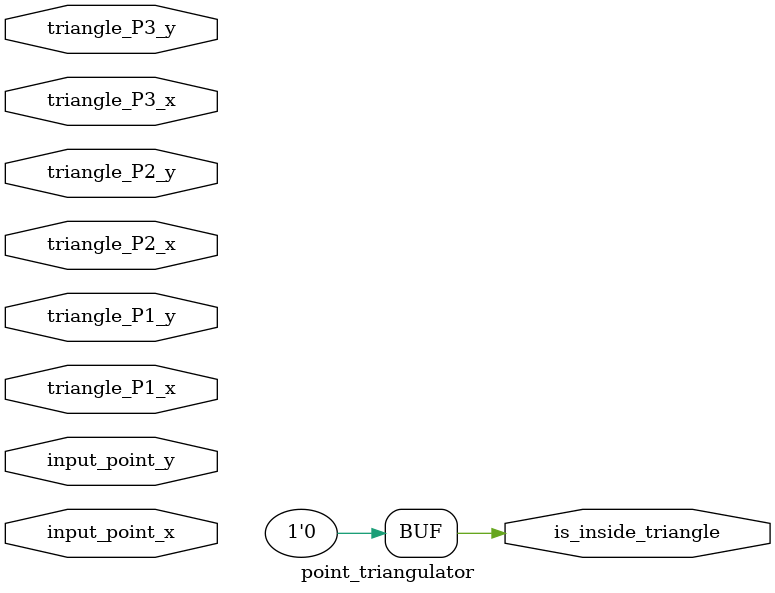
<source format=v>
module point_triangulator(triangle_P1_x, triangle_P1_y,
                          triangle_P2_x, triangle_P2_y,
                          triangle_P3_x, triangle_P3_y,
                          input_point_x, input_point_y,
                          is_inside_triangle);

   // These params should be overridden by defparam when this is instantiated
   parameter MAX_RESOLUTION_X = 1920;
   parameter MAX_RESOLUTION_Y = 1080;

   input [$clog2(MAX_RESOLUTION_X)-1:0] triangle_P1_x;
   input [$clog2(MAX_RESOLUTION_Y)-1:0] triangle_P1_y;

   input [$clog2(MAX_RESOLUTION_X)-1:0] triangle_P2_x;
   input [$clog2(MAX_RESOLUTION_Y)-1:0] triangle_P2_y;

   input [$clog2(MAX_RESOLUTION_X)-1:0] triangle_P3_x;
   input [$clog2(MAX_RESOLUTION_Y)-1:0] triangle_P3_y;

   input [$clog2(MAX_RESOLUTION_X)-1:0] input_point_x;
   input [$clog2(MAX_RESOLUTION_Y)-1:0] input_point_y;

   output                               is_inside_triangle;

   // TODO: Remove this!! It's a temporary placeholder to always return 0.
   assign is_inside_triangle = 0;

   /*
    always begin

   end // initial begin
    */

endmodule // point_triangulator

</source>
